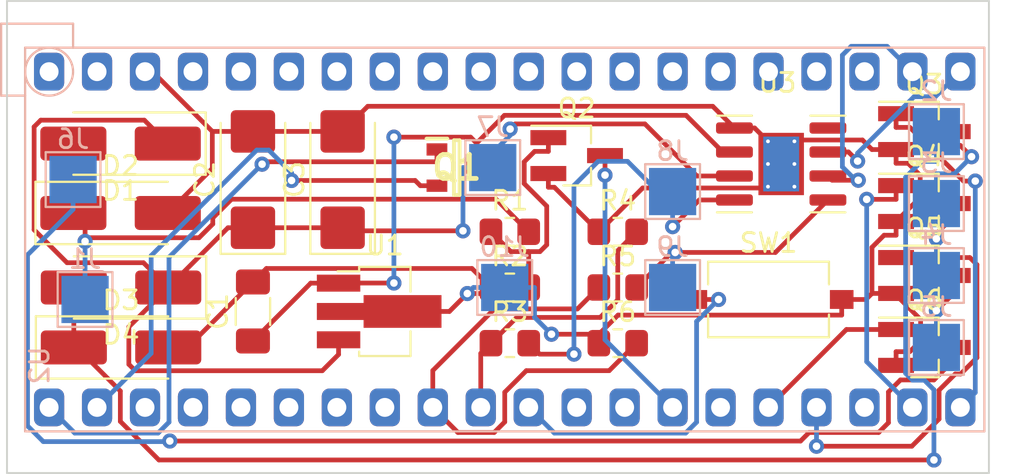
<source format=kicad_pcb>
(kicad_pcb (version 20221018) (generator pcbnew)
  (layers (0 "F.Cu" signal) (31 "B.Cu" signal) (34 "B.Paste" user) (35 "F.Paste" user) (36 "B.SilkS" user "B.Silkscreen") (37 "F.SilkS" user "F.Silkscreen") (38 "B.Mask" user) (39 "F.Mask" user) (44 "Edge.Cuts" user))
  (net 0 "")
  (net 1 "+3V3")
  (net 2 "GND")
  (net 3 "+V")
  (net 4 "Net-(D1-A)")
  (net 5 "Net-(D3-K)")
  (net 6 "Net-(J3-Pin_1)")
  (net 7 "Net-(J4-Pin_1)")
  (net 8 "Net-(J5-Pin_1)")
  (net 9 "Net-(J6-Pin_1)")
  (net 10 "/MOTOR_OUT_A")
  (net 11 "/MOTOR_OUT_B")
  (net 12 "Net-(U2-VBUS)")
  (net 13 "/VSYS")
  (net 14 "Net-(Q2-G)")
  (net 15 "/GPIO21")
  (net 16 "/GPIO16")
  (net 17 "/GPIO17")
  (net 18 "/GPIO18")
  (net 19 "/GPIO19")
  (net 20 "/ADC_EMF_A")
  (net 21 "/ADC_EMF_B")
  (net 22 "Net-(U2-RUN)")
  (net 40 "/GPIO14")
  (net 41 "/GPIO15")
  (footprint "Capacitor_SMD:C_1206_3216Metric_Pad1.33x1.80mm_HandSolder" (layer "F.Cu") (at 73.025 131.445 90)
    (fp_text reference "C1" (at 0 -1.85 90) (layer "F.SilkS"))
    (fp_text value "10uf/16V")
    (pad "1" smd roundrect (at -1.5625 0 90) (size 1.325 1.8) (layers "F.Cu" "F.Paste" "F.Mask") (roundrect_rratio 0.188679) (net 1 "+3V3"))
    (pad "2" smd roundrect (at 1.5625 0 90) (size 1.325 1.8) (layers "F.Cu" "F.Paste" "F.Mask") (roundrect_rratio 0.188679) (net 2 "GND"))
  )
  (footprint "Package_TO_SOT_SMD:SOT-23_Handsoldering" (layer "F.Cu") (at 108.585 125.73)
    (fp_text reference "Q4" (at 0 -2.5) (layer "F.SilkS"))
    (fp_text value "2N7002K")
    (pad "1" smd rect (at -1.5 -0.95) (size 1.9 0.8) (layers "F.Cu" "F.Paste" "F.Mask") (net 17 "/GPIO17"))
    (pad "2" smd rect (at -1.5 0.95) (size 1.9 0.8) (layers "F.Cu" "F.Paste" "F.Mask") (net 2 "GND"))
    (pad "3" smd rect (at 1.5 0) (size 1.9 0.8) (layers "F.Cu" "F.Paste" "F.Mask") (net 7 "Net-(J4-Pin_1)"))
  )
  (footprint "Resistor_SMD:R_0805_2012Metric_Pad1.20x1.40mm_HandSolder" (layer "F.Cu") (at 86.63 127.225)
    (fp_text reference "R1" (at 0 -1.65) (layer "F.SilkS"))
    (fp_text value "6k8")
    (pad "1" smd roundrect (at -1 0) (size 1.2 1.4) (layers "F.Cu" "F.Paste" "F.Mask") (roundrect_rratio 0.208333) (net 14 "Net-(Q2-G)"))
    (pad "2" smd roundrect (at 1 0) (size 1.2 1.4) (layers "F.Cu" "F.Paste" "F.Mask") (roundrect_rratio 0.208333) (net 4 "Net-(D1-A)"))
  )
  (footprint "Resistor_SMD:R_0805_2012Metric_Pad1.20x1.40mm_HandSolder" (layer "F.Cu") (at 92.345 127.225)
    (fp_text reference "R4" (at 0 -1.65) (layer "F.SilkS"))
    (fp_text value "1k")
    (pad "1" smd roundrect (at -1 0) (size 1.2 1.4) (layers "F.Cu" "F.Paste" "F.Mask") (roundrect_rratio 0.208333) (net 2 "GND"))
    (pad "2" smd roundrect (at 1 0) (size 1.2 1.4) (layers "F.Cu" "F.Paste" "F.Mask") (roundrect_rratio 0.208333) (net 20 "/ADC_EMF_A"))
  )
  (footprint "Diode_SMD:D_SMA_Handsoldering" (layer "F.Cu") (at 66.04 130.175 180)
    (fp_text reference "D4" (at 0 -2.5) (layer "F.SilkS"))
    (fp_text value "RBR3L60AD")
    (pad "1" smd roundrect (at -2.5 0 180) (size 3.5 1.8) (layers "F.Cu" "F.Paste" "F.Mask") (roundrect_rratio 0.1388888889) (net 3 "+V"))
    (pad "2" smd roundrect (at 2.5 0 180) (size 3.5 1.8) (layers "F.Cu" "F.Paste" "F.Mask") (roundrect_rratio 0.1388888889) (net 5 "Net-(D3-K)"))
  )
  (footprint "Package_TO_SOT_SMD:SOT-23_Handsoldering" (layer "F.Cu") (at 90.17 123.19)
    (fp_text reference "Q2" (at 0 -2.5) (layer "F.SilkS"))
    (fp_text value "2N7002K")
    (pad "1" smd rect (at -1.5 -0.95) (size 1.9 0.8) (layers "F.Cu" "F.Paste" "F.Mask") (net 14 "Net-(Q2-G)"))
    (pad "2" smd rect (at -1.5 0.95) (size 1.9 0.8) (layers "F.Cu" "F.Paste" "F.Mask") (net 2 "GND"))
    (pad "3" smd rect (at 1.5 0) (size 1.9 0.8) (layers "F.Cu" "F.Paste" "F.Mask") (net 15 "/GPIO21"))
  )
  (footprint "Package_TO_SOT_SMD:SOT-23_Handsoldering" (layer "F.Cu") (at 108.585 129.54)
    (fp_text reference "Q5" (at 0 -2.5) (layer "F.SilkS"))
    (fp_text value "2N7002K")
    (pad "1" smd rect (at -1.5 -0.95) (size 1.9 0.8) (layers "F.Cu" "F.Paste" "F.Mask") (net 18 "/GPIO18"))
    (pad "2" smd rect (at -1.5 0.95) (size 1.9 0.8) (layers "F.Cu" "F.Paste" "F.Mask") (net 2 "GND"))
    (pad "3" smd rect (at 1.5 0) (size 1.9 0.8) (layers "F.Cu" "F.Paste" "F.Mask") (net 8 "Net-(J5-Pin_1)"))
  )
  (footprint "Resistor_SMD:R_0805_2012Metric_Pad1.20x1.40mm_HandSolder" (layer "F.Cu") (at 86.63 130.175)
    (fp_text reference "R2" (at 0 -1.65) (layer "F.SilkS"))
    (fp_text value "6k8")
    (pad "1" smd roundrect (at -1 0) (size 1.2 1.4) (layers "F.Cu" "F.Paste" "F.Mask") (roundrect_rratio 0.208333) (net 2 "GND"))
    (pad "2" smd roundrect (at 1 0) (size 1.2 1.4) (layers "F.Cu" "F.Paste" "F.Mask") (roundrect_rratio 0.208333) (net 14 "Net-(Q2-G)"))
  )
  (footprint "Capacitor_Tantalum_SMD:CP_EIA-6032-20_AVX-F_Pad2.25x2.35mm_HandSolder" (layer "F.Cu") (at 73.025 124.46 90)
    (fp_text reference "C2" (at 0 -2.55 90) (layer "F.SilkS"))
    (fp_text value "10uF/25V")
    (pad "1" smd roundrect (at -2.55 0 90) (size 2.25 2.35) (layers "F.Cu" "F.Paste" "F.Mask") (roundrect_rratio 0.111111) (net 3 "+V"))
    (pad "2" smd roundrect (at 2.55 0 90) (size 2.25 2.35) (layers "F.Cu" "F.Paste" "F.Mask") (roundrect_rratio 0.111111) (net 2 "GND"))
  )
  (footprint "RP2040-Decoder_Additional_Footprints:SOIC-8-1EP_3.9x4.9mm_P1.27mm_EP2.41x3.3mm_ThermalVias" (layer "F.Cu") (at 101 123.635)
    (fp_text reference "U3" (at -0.2 -4.3) (layer "F.SilkS"))
    (fp_text value "BDR6133")
    (pad "1" smd roundrect (at -2.475 -1.905) (size 1.95 0.6) (layers "F.Cu" "F.Paste" "F.Mask") (net 2 "GND"))
    (pad "2" smd roundrect (at -2.475 -0.635) (size 1.95 0.6) (layers "F.Cu" "F.Paste" "F.Mask") (net 1 "+3V3"))
    (pad "3" smd roundrect (at -2.475 0.635) (size 1.95 0.6) (layers "F.Cu" "F.Paste" "F.Mask") (net 3 "+V"))
    (pad "4" smd roundrect (at -2.475 1.905) (size 1.95 0.6) (layers "F.Cu" "F.Paste" "F.Mask") (net 10 "/MOTOR_OUT_A"))
    (pad "5" smd roundrect (at 2.475 1.905) (size 1.95 0.6) (layers "F.Cu" "F.Paste" "F.Mask") (net 11 "/MOTOR_OUT_B"))
    (pad "6" smd roundrect (at 2.475 0.635) (size 1.95 0.6) (layers "F.Cu" "F.Paste" "F.Mask") (net 40 "/GPIO14"))
    (pad "7" smd roundrect (at 2.475 -0.635) (size 1.95 0.6) (layers "F.Cu" "F.Paste" "F.Mask") (net 41 "/GPIO15"))
    (pad "8" smd roundrect (at 2.475 -1.905) (size 1.95 0.6) (layers "F.Cu" "F.Paste" "F.Mask"))
    (pad "9" thru_hole circle (at -0.7 -1.2) (size 0.5 0.5) (drill 0.2) (layers "*.Cu") (net 2 "GND"))
    (pad "9" thru_hole circle (at -0.7 0) (size 0.5 0.5) (drill 0.2) (layers "*.Cu") (net 2 "GND"))
    (pad "9" thru_hole circle (at -0.7 1.2) (size 0.5 0.5) (drill 0.2) (layers "*.Cu") (net 2 "GND"))
    (pad "9" smd rect (at 0 0) (size 1.9 2.9) (layers "B.Cu") (net 2 "GND"))
    (pad "9" smd rect (at 0 0) (size 2.41 3.3) (layers "F.Cu" "F.Mask") (net 2 "GND"))
    (pad "9" thru_hole circle (at 0.7 -1.2) (size 0.5 0.5) (drill 0.2) (layers "*.Cu") (net 2 "GND"))
    (pad "9" thru_hole circle (at 0.7 0) (size 0.5 0.5) (drill 0.2) (layers "*.Cu") (net 2 "GND"))
    (pad "9" thru_hole circle (at 0.7 1.2) (size 0.5 0.5) (drill 0.2) (layers "*.Cu") (net 2 "GND"))
  )
  (footprint "Resistor_SMD:R_0805_2012Metric_Pad1.20x1.40mm_HandSolder" (layer "F.Cu") (at 86.63 133.125)
    (fp_text reference "R3" (at 0 -1.65) (layer "F.SilkS"))
    (fp_text value "6k8")
    (pad "1" smd roundrect (at -1 0) (size 1.2 1.4) (layers "F.Cu" "F.Paste" "F.Mask") (roundrect_rratio 0.208333) (net 20 "/ADC_EMF_A"))
    (pad "2" smd roundrect (at 1 0) (size 1.2 1.4) (layers "F.Cu" "F.Paste" "F.Mask") (roundrect_rratio 0.208333) (net 10 "/MOTOR_OUT_A"))
  )
  (footprint "Package_TO_SOT_SMD:SOT-89-3_Handsoldering" (layer "F.Cu") (at 80.01 131.445)
    (fp_text reference "U1" (at 0 -3.5) (layer "F.SilkS"))
    (fp_text value "AP7384-33Y")
    (pad "1" smd rect (at -2.45 -1.5) (size 2.3 0.9) (layers "F.Cu" "F.Paste" "F.Mask") (net 1 "+3V3"))
    (pad "2" smd custom (at -2.3625 0) (size 2.475 0.9) (layers "F.Cu" "F.Paste" "F.Mask") (net 2 "GND") (options (clearance outline) (anchor rect)) (primitives (gr_poly (pts (xy 5.3625 0.8665) (xy 1.2375 0.8665) (xy 1.2375 -0.8665) (xy 5.3625 -0.8665)) (width 0) (fill yes))))
    (pad "3" smd rect (at -2.45 1.5) (size 2.3 0.9) (layers "F.Cu" "F.Paste" "F.Mask") (net 3 "+V"))
  )
  (footprint "Button_Switch_SMD:SW_Tactile_SPST_NO_Straight_CK_PTS636Sx25SMTRLFS" (layer "F.Cu") (at 100.33 130.81)
    (fp_text reference "SW1" (at 0 -3 unlocked) (layer "F.SilkS"))
    (fp_text value "SW_Push")
    (pad "1" smd rect (at -3.875 0) (size 1.25 1) (layers "F.Cu" "F.Paste" "F.Mask") (net 22 "Net-(U2-RUN)"))
    (pad "2" smd rect (at 3.875 0) (size 1.25 1) (layers "F.Cu" "F.Paste" "F.Mask") (net 2 "GND"))
  )
  (footprint "Diode_SMD:D_SMA_Handsoldering" (layer "F.Cu") (at 66.015 126.23)
    (fp_text reference "D2" (at 0 -2.5) (layer "F.SilkS"))
    (fp_text value "RBR3L60AD")
    (pad "1" smd roundrect (at -2.5 0) (size 3.5 1.8) (layers "F.Cu" "F.Paste" "F.Mask") (roundrect_rratio 0.1388888889) (net 4 "Net-(D1-A)"))
    (pad "2" smd roundrect (at 2.5 0) (size 3.5 1.8) (layers "F.Cu" "F.Paste" "F.Mask") (roundrect_rratio 0.1388888889) (net 2 "GND"))
  )
  (footprint "DMG2305UX-7:SOT96P240X110-3N" (layer "F.Cu") (at 83.82 123.825)
    (fp_text reference "Q1" (at 0 0) (layer "F.SilkS") (effects (font (size 1.27 1.27) (thickness 0.254))))
    (fp_text value "DMG2305UX-7" hide)
    (pad "1" smd rect (at -1.05 -0.96 90) (size 0.65 1.1) (layers "F.Cu" "F.Paste" "F.Mask") (net 12 "Net-(U2-VBUS)"))
    (pad "2" smd rect (at -1.05 0.96 90) (size 0.65 1.1) (layers "F.Cu" "F.Paste" "F.Mask") (net 13 "/VSYS"))
    (pad "3" smd rect (at 1.05 0 90) (size 0.65 1.1) (layers "F.Cu" "F.Paste" "F.Mask") (net 1 "+3V3"))
  )
  (footprint "Package_TO_SOT_SMD:SOT-23_Handsoldering" (layer "F.Cu") (at 108.585 121.92)
    (fp_text reference "Q3" (at 0 -2.5) (layer "F.SilkS"))
    (fp_text value "2N7002K")
    (pad "1" smd rect (at -1.5 -0.95) (size 1.9 0.8) (layers "F.Cu" "F.Paste" "F.Mask") (net 16 "/GPIO16"))
    (pad "2" smd rect (at -1.5 0.95) (size 1.9 0.8) (layers "F.Cu" "F.Paste" "F.Mask") (net 2 "GND"))
    (pad "3" smd rect (at 1.5 0) (size 1.9 0.8) (layers "F.Cu" "F.Paste" "F.Mask") (net 6 "Net-(J3-Pin_1)"))
  )
  (footprint "Resistor_SMD:R_0805_2012Metric_Pad1.20x1.40mm_HandSolder" (layer "F.Cu") (at 92.345 133.125)
    (fp_text reference "R6" (at 0 -1.65) (layer "F.SilkS"))
    (fp_text value "1k")
    (pad "1" smd roundrect (at -1 0) (size 1.2 1.4) (layers "F.Cu" "F.Paste" "F.Mask") (roundrect_rratio 0.208333) (net 2 "GND"))
    (pad "2" smd roundrect (at 1 0) (size 1.2 1.4) (layers "F.Cu" "F.Paste" "F.Mask") (roundrect_rratio 0.208333) (net 21 "/ADC_EMF_B"))
  )
  (footprint "Diode_SMD:D_SMA_Handsoldering" (layer "F.Cu") (at 66.015 122.555 180)
    (fp_text reference "D1" (at 0 -2.5) (layer "F.SilkS"))
    (fp_text value "RBR3L60AD")
    (pad "1" smd roundrect (at -2.5 0 180) (size 3.5 1.8) (layers "F.Cu" "F.Paste" "F.Mask") (roundrect_rratio 0.1388888889) (net 3 "+V"))
    (pad "2" smd roundrect (at 2.5 0 180) (size 3.5 1.8) (layers "F.Cu" "F.Paste" "F.Mask") (roundrect_rratio 0.1388888889) (net 4 "Net-(D1-A)"))
  )
  (footprint "Capacitor_Tantalum_SMD:CP_EIA-6032-20_AVX-F_Pad2.25x2.35mm_HandSolder" (layer "F.Cu") (at 77.775 124.46 90)
    (fp_text reference "C3" (at 0 -2.55 90) (layer "F.SilkS"))
    (fp_text value "10uF/25v")
    (pad "1" smd roundrect (at -2.55 0 90) (size 2.25 2.35) (layers "F.Cu" "F.Paste" "F.Mask") (roundrect_rratio 0.111111) (net 3 "+V"))
    (pad "2" smd roundrect (at 2.55 0 90) (size 2.25 2.35) (layers "F.Cu" "F.Paste" "F.Mask") (roundrect_rratio 0.111111) (net 2 "GND"))
  )
  (footprint "Diode_SMD:D_SMA_Handsoldering" (layer "F.Cu") (at 66.04 133.35)
    (fp_text reference "D3" (at 0 -2.5) (layer "F.SilkS"))
    (fp_text value "RBR3L60AD")
    (pad "1" smd roundrect (at -2.5 0) (size 3.5 1.8) (layers "F.Cu" "F.Paste" "F.Mask") (roundrect_rratio 0.1388888889) (net 5 "Net-(D3-K)"))
    (pad "2" smd roundrect (at 2.5 0) (size 3.5 1.8) (layers "F.Cu" "F.Paste" "F.Mask") (roundrect_rratio 0.1388888889) (net 2 "GND"))
  )
  (footprint "Resistor_SMD:R_0805_2012Metric_Pad1.20x1.40mm_HandSolder" (layer "F.Cu") (at 92.345 130.175)
    (fp_text reference "R5" (at 0 -1.65) (layer "F.SilkS"))
    (fp_text value "6k8")
    (pad "1" smd roundrect (at -1 0) (size 1.2 1.4) (layers "F.Cu" "F.Paste" "F.Mask") (roundrect_rratio 0.208333) (net 21 "/ADC_EMF_B"))
    (pad "2" smd roundrect (at 1 0) (size 1.2 1.4) (layers "F.Cu" "F.Paste" "F.Mask") (roundrect_rratio 0.208333) (net 11 "/MOTOR_OUT_B"))
  )
  (footprint "Package_TO_SOT_SMD:SOT-23_Handsoldering" (layer "F.Cu") (at 108.585 133.35)
    (fp_text reference "Q6" (at 0 -2.5) (layer "F.SilkS"))
    (fp_text value "2N7002K")
    (pad "1" smd rect (at -1.5 -0.95) (size 1.9 0.8) (layers "F.Cu" "F.Paste" "F.Mask") (net 19 "/GPIO19"))
    (pad "2" smd rect (at -1.5 0.95) (size 1.9 0.8) (layers "F.Cu" "F.Paste" "F.Mask") (net 2 "GND"))
    (pad "3" smd rect (at 1.5 0) (size 1.9 0.8) (layers "F.Cu" "F.Paste" "F.Mask") (net 9 "Net-(J6-Pin_1)"))
  )
  (footprint "TestPoint:TestPoint_Pad_2.5x2.5mm" (layer "B.Cu") (at 109.22 121.92 180)
    (fp_text reference "J2" (at 0 2.148) (layer "B.SilkS") (effects (justify mirror)))
    (fp_text value "PAD")
    (pad "1" smd rect (at 0 0 180) (size 2.5 2.5) (layers "B.Cu" "B.Mask") (net 5 "Net-(D3-K)"))
  )
  (footprint "TestPoint:TestPoint_Pad_2.5x2.5mm" (layer "B.Cu") (at 64.135 130.81 180)
    (fp_text reference "J1" (at 0 2.148) (layer "B.SilkS") (effects (justify mirror)))
    (fp_text value "PAD")
    (pad "1" smd rect (at 0 0 180) (size 2.5 2.5) (layers "B.Cu" "B.Mask") (net 4 "Net-(D1-A)"))
  )
  (footprint "TestPoint:TestPoint_Pad_2.5x2.5mm" (layer "B.Cu") (at 63.5 124.46 180)
    (fp_text reference "J6" (at 0 2.148) (layer "B.SilkS") (effects (justify mirror)))
    (fp_text value "3")
    (pad "1" smd rect (at 0 0 180) (size 2.5 2.5) (layers "B.Cu" "B.Mask") (net 9 "Net-(J6-Pin_1)"))
  )
  (footprint "TestPoint:TestPoint_Pad_2.5x2.5mm" (layer "B.Cu") (at 85.725 123.825 180)
    (fp_text reference "J7" (at 0 2.148) (layer "B.SilkS") (effects (justify mirror)))
    (fp_text value "+V")
    (pad "1" smd rect (at 0 0 180) (size 2.5 2.5) (layers "B.Cu" "B.Mask") (net 3 "+V"))
  )
  (footprint "TestPoint:TestPoint_Pad_2.5x2.5mm" (layer "B.Cu") (at 86.36 130.175 180)
    (fp_text reference "J10" (at 0 2.148) (layer "B.SilkS") (effects (justify mirror)))
    (fp_text value "GND")
    (pad "1" smd rect (at 0 0 180) (size 2.5 2.5) (layers "B.Cu" "B.Mask") (net 2 "GND"))
  )
  (footprint "TestPoint:TestPoint_Pad_2.5x2.5mm" (layer "B.Cu") (at 109.22 125.73 180)
    (fp_text reference "J3" (at 0 2.148) (layer "B.SilkS") (effects (justify mirror)))
    (fp_text value "0")
    (pad "1" smd rect (at 0 0 180) (size 2.5 2.5) (layers "B.Cu" "B.Mask") (net 6 "Net-(J3-Pin_1)"))
  )
  (footprint "TestPoint:TestPoint_Pad_2.5x2.5mm" (layer "B.Cu") (at 95.25 130.175 180)
    (fp_text reference "J9" (at 0 2.148) (layer "B.SilkS") (effects (justify mirror)))
    (fp_text value "M_OUT_A")
    (pad "1" smd rect (at 0 0 180) (size 2.5 2.5) (layers "B.Cu" "B.Mask") (net 11 "/MOTOR_OUT_B"))
  )
  (footprint "TestPoint:TestPoint_Pad_2.5x2.5mm" (layer "B.Cu") (at 109.22 129.54 180)
    (fp_text reference "J4" (at 0 2.148) (layer "B.SilkS") (effects (justify mirror)))
    (fp_text value "1")
    (pad "1" smd rect (at 0 0 180) (size 2.5 2.5) (layers "B.Cu" "B.Mask") (net 7 "Net-(J4-Pin_1)"))
  )
  (footprint "TestPoint:TestPoint_Pad_2.5x2.5mm" (layer "B.Cu") (at 95.25 125.095 180)
    (fp_text reference "J8" (at 0 2.148) (layer "B.SilkS") (effects (justify mirror)))
    (fp_text value "M_OUT_B")
    (pad "1" smd rect (at 0 0 180) (size 2.5 2.5) (layers "B.Cu" "B.Mask") (net 10 "/MOTOR_OUT_A"))
  )
  (footprint "PicoNoSwd:RaspberryPico_TH_NoSWD" (layer "B.Cu") (at 62.23 118.745 -90)
    (fp_text reference "U2" (at 15.5575 0.508 90) (layer "B.SilkS") (effects (justify mirror)))
    (fp_text value "Pico_RaspberryPico")
    (pad "1" thru_hole roundrect (at 0 0 270) (size 2 1.6) (drill 1) (layers "*.Cu" "*.Mask"))
    (pad "2" thru_hole roundrect (at 0 -2.54 270) (size 2 1.6) (drill 1) (layers "*.Cu" "*.Mask"))
    (pad "3" thru_hole roundrect (at 0 -5.08 270) (size 2 1.6) (drill 1) (layers "*.Cu" "*.Mask") (net 2 "GND"))
    (pad "4" thru_hole roundrect (at 0 -7.62 270) (size 2 1.6) (drill 1) (layers "*.Cu" "*.Mask"))
    (pad "5" thru_hole roundrect (at 0 -10.16 270) (size 2 1.6) (drill 1) (layers "*.Cu" "*.Mask"))
    (pad "6" thru_hole roundrect (at 0 -12.7 270) (size 2 1.6) (drill 1) (layers "*.Cu" "*.Mask"))
    (pad "7" thru_hole roundrect (at 0 -15.24 270) (size 2 1.6) (drill 1) (layers "*.Cu" "*.Mask"))
    (pad "8" thru_hole roundrect (at 0 -17.78 270) (size 2 1.6) (drill 1) (layers "*.Cu" "*.Mask"))
    (pad "9" thru_hole roundrect (at 0 -20.32 270) (size 2 1.6) (drill 1) (layers "*.Cu" "*.Mask"))
    (pad "10" thru_hole roundrect (at 0 -22.86 270) (size 2 1.6) (drill 1) (layers "*.Cu" "*.Mask"))
    (pad "11" thru_hole roundrect (at 0 -25.4 270) (size 2 1.6) (drill 1) (layers "*.Cu" "*.Mask"))
    (pad "12" thru_hole roundrect (at 0 -27.94 270) (size 2 1.6) (drill 1) (layers "*.Cu" "*.Mask"))
    (pad "13" thru_hole roundrect (at 0 -30.48 270) (size 2 1.6) (drill 1) (layers "*.Cu" "*.Mask"))
    (pad "14" thru_hole roundrect (at 0 -33.02 270) (size 2 1.6) (drill 1) (layers "*.Cu" "*.Mask"))
    (pad "15" thru_hole roundrect (at 0 -35.56 270) (size 2 1.6) (drill 1) (layers "*.Cu" "*.Mask"))
    (pad "16" thru_hole roundrect (at 0 -38.1 270) (size 2 1.6) (drill 1) (layers "*.Cu" "*.Mask"))
    (pad "17" thru_hole roundrect (at 0 -40.64 270) (size 2 1.6) (drill 1) (layers "*.Cu" "*.Mask"))
    (pad "18" thru_hole roundrect (at 0 -43.18 270) (size 2 1.6) (drill 1) (layers "*.Cu" "*.Mask"))
    (pad "19" thru_hole roundrect (at 0 -45.72 270) (size 2 1.6) (drill 1) (layers "*.Cu" "*.Mask") (net 40 "/GPIO14"))
    (pad "20" thru_hole roundrect (at 0 -48.26 270) (size 2 1.6) (drill 1) (layers "*.Cu" "*.Mask") (net 41 "/GPIO15"))
    (pad "21" thru_hole roundrect (at 17.78 -48.26 270) (size 2 1.6) (drill 1) (layers "*.Cu" "*.Mask") (net 16 "/GPIO16"))
    (pad "22" thru_hole roundrect (at 17.78 -45.72 270) (size 2 1.6) (drill 1) (layers "*.Cu" "*.Mask") (net 17 "/GPIO17"))
    (pad "23" thru_hole roundrect (at 17.78 -43.18 270) (size 2 1.6) (drill 1) (layers "*.Cu" "*.Mask"))
    (pad "24" thru_hole roundrect (at 17.78 -40.64 270) (size 2 1.6) (drill 1) (layers "*.Cu" "*.Mask") (net 18 "/GPIO18"))
    (pad "25" thru_hole roundrect (at 17.78 -38.1 270) (size 2 1.6) (drill 1) (layers "*.Cu" "*.Mask") (net 19 "/GPIO19"))
    (pad "26" thru_hole roundrect (at 17.78 -35.56 270) (size 2 1.6) (drill 1) (layers "*.Cu" "*.Mask"))
    (pad "27" thru_hole roundrect (at 17.78 -33.02 270) (size 2 1.6) (drill 1) (layers "*.Cu" "*.Mask") (net 15 "/GPIO21"))
    (pad "28" thru_hole roundrect (at 17.78 -30.48 270) (size 2 1.6) (drill 1) (layers "*.Cu" "*.Mask"))
    (pad "29" thru_hole roundrect (at 17.78 -27.94 270) (size 2 1.6) (drill 1) (layers "*.Cu" "*.Mask"))
    (pad "30" thru_hole roundrect (at 17.78 -25.4 270) (size 2 1.6) (drill 1) (layers "*.Cu" "*.Mask") (net 22 "Net-(U2-RUN)"))
    (pad "31" thru_hole roundrect (at 17.78 -22.86 270) (size 2 1.6) (drill 1) (layers "*.Cu" "*.Mask") (net 20 "/ADC_EMF_A"))
    (pad "32" thru_hole roundrect (at 17.78 -20.32 270) (size 2 1.6) (drill 1) (layers "*.Cu" "*.Mask") (net 21 "/ADC_EMF_B"))
    (pad "33" thru_hole roundrect (at 17.78 -17.78 270) (size 2 1.6) (drill 1) (layers "*.Cu" "*.Mask"))
    (pad "34" thru_hole roundrect (at 17.78 -15.24 270) (size 2 1.6) (drill 1) (layers "*.Cu" "*.Mask"))
    (pad "35" thru_hole roundrect (at 17.78 -12.7 270) (size 2 1.6) (drill 1) (layers "*.Cu" "*.Mask"))
    (pad "36" thru_hole roundrect (at 17.78 -10.16 270) (size 2 1.6) (drill 1) (layers "*.Cu" "*.Mask"))
    (pad "37" thru_hole roundrect (at 17.78 -7.62 270) (size 2 1.6) (drill 1) (layers "*.Cu" "*.Mask"))
    (pad "38" thru_hole roundrect (at 17.78 -5.08 270) (size 2 1.6) (drill 1) (layers "*.Cu" "*.Mask"))
    (pad "39" thru_hole roundrect (at 17.78 -2.54 270) (size 2 1.6) (drill 1) (layers "*.Cu" "*.Mask") (net 13 "/VSYS"))
    (pad "40" thru_hole roundrect (at 17.78 0 270) (size 2 1.6) (drill 1) (layers "*.Cu" "*.Mask") (net 12 "Net-(U2-VBUS)"))
  )
  (footprint "TestPoint:TestPoint_Pad_2.5x2.5mm" (layer "B.Cu") (at 109.22 133.35 180)
    (fp_text reference "J5" (at 0 2.148) (layer "B.SilkS") (effects (justify mirror)))
    (fp_text value "2")
    (pad "1" smd rect (at 0 0 180) (size 2.5 2.5) (layers "B.Cu" "B.Mask") (net 8 "Net-(J5-Pin_1)"))
  )
  (gr_line (start 112 140) (end 60 140) (stroke (width 0.1)) (layer "Edge.Cuts"))
  (gr_line (start 60 140) (end 60 115) (stroke (width 0.1)) (layer "Edge.Cuts"))
  (gr_line (start 60 115) (end 112 115) (stroke (width 0.1)) (layer "Edge.Cuts"))
  (gr_line (start 112 115) (end 112 140) (stroke (width 0.1)) (layer "Edge.Cuts"))
  (segment (start 73.025 133.0075) (end 76.0831 129.9494) (width 0.25) (layer "F.Cu") (net 1))
  (segment (start 76.0831 129.9494) (end 76.0831 129.945) (width 0.25) (layer "F.Cu") (net 1))
  (segment (start 84.551 122.2131) (end 80.4908 122.2131) (width 0.25) (layer "F.Cu") (net 1))
  (segment (start 84.87 123.825) (end 84.87 123.1731) (width 0.25) (layer "F.Cu") (net 1))
  (segment (start 76.8216 129.945) (end 76.8274 129.9392) (width 0.25) (layer "F.Cu") (net 1))
  (segment (start 84.87 122.5321) (end 84.551 122.2131) (width 0.25) (layer "F.Cu") (net 1))
  (segment (start 86.3441 121.058) (end 84.87 122.5321) (width 0.25) (layer "F.Cu") (net 1))
  (segment (start 76.8216 129.945) (end 76.0831 129.945) (width 0.25) (layer "F.Cu") (net 1))
  (segment (start 98.525 123) (end 97.9068 123) (width 0.25) (layer "F.Cu") (net 1))
  (segment (start 76.8274 129.9392) (end 80.4908 129.9392) (width 0.25) (layer "F.Cu") (net 1))
  (segment (start 77.56 129.945) (end 76.8216 129.945) (width 0.25) (layer "F.Cu") (net 1))
  (segment (start 84.87 122.5321) (end 84.87 123.1731) (width 0.25) (layer "F.Cu") (net 1))
  (segment (start 97.9068 123) (end 95.9648 121.058) (width 0.25) (layer "F.Cu") (net 1))
  (segment (start 95.9648 121.058) (end 86.3441 121.058) (width 0.25) (layer "F.Cu") (net 1))
  (via (at 80.4908 122.2131) (size 0.8) (drill 0.4) (layers "F.Cu" "B.Cu") (net 1))
  (via (at 80.4908 129.9392) (size 0.8) (drill 0.4) (layers "F.Cu" "B.Cu") (net 1))
  (segment (start 80.4908 129.9392) (end 80.4908 122.2131) (width 0.25) (layer "B.Cu") (net 1))
  (segment (start 100.3 122.435) (end 99.595 121.73) (width 0.25) (layer "F.Cu") (net 2))
  (segment (start 105.8081 128.0478) (end 106.449 127.4069) (width 0.25) (layer "F.Cu") (net 2))
  (segment (start 107.085 123.5969) (end 107.721 123.5969) (width 0.25) (layer "F.Cu") (net 2))
  (segment (start 105.8081 130.49) (end 105.8081 128.0478) (width 0.25) (layer "F.Cu") (net 2))
  (segment (start 70.8734 123.8716) (end 70.8734 121.91) (width 0.25) (layer "F.Cu") (net 2))
  (segment (start 98.525 121.73) (end 97.3742 120.5792) (width 0.25) (layer "F.Cu") (net 2))
  (segment (start 106.56 122.87) (end 107.085 122.87) (width 0.25) (layer "F.Cu") (net 2))
  (segment (start 107.085 122.87) (end 107.085 123.5969) (width 0.25) (layer "F.Cu") (net 2))
  (segment (start 104.205 130.81) (end 104.205 131.6369) (width 0.25) (layer "F.Cu") (net 2))
  (segment (start 77.6475 131.445) (end 83.4289 131.445) (width 0.25) (layer "F.Cu") (net 2))
  (segment (start 69.5575 133.35) (end 73.025 129.8825) (width 0.25) (layer "F.Cu") (net 2))
  (segment (start 108.3619 124.2378) (end 108.3619 125.4031) (width 0.25) (layer "F.Cu") (net 2))
  (segment (start 88.9869 124.8669) (end 91.345 127.225) (width 0.25) (layer "F.Cu") (net 2))
  (segment (start 101.7 123.635) (end 101 123.635) (width 0.25) (layer "F.Cu") (net 2))
  (segment (start 73.025 121.91) (end 77.775 121.91) (width 0.25) (layer "F.Cu") (net 2))
  (segment (start 91.345 127.225) (end 93.6635 124.9065) (width 0.25) (layer "F.Cu") (net 2))
  (segment (start 106.449 127.4069) (end 107.085 127.4069) (width 0.25) (layer "F.Cu") (net 2))
  (segment (start 93.6635 124.9065) (end 100.2285 124.9065) (width 0.25) (layer "F.Cu") (net 2))
  (segment (start 105.3031 122.365) (end 105.8081 122.87) (width 0.25) (layer "F.Cu") (net 2))
  (segment (start 67.7084 118.745) (end 67.31 118.745) (width 0.25) (layer "F.Cu") (net 2))
  (segment (start 108.3619 125.4031) (end 107.085 126.68) (width 0.25) (layer "F.Cu") (net 2))
  (segment (start 84.3788 130.4951) (end 85.3099 130.4951) (width 0.25) (layer "F.Cu") (net 2))
  (segment (start 73.025 121.91) (end 70.8734 121.91) (width 0.25) (layer "F.Cu") (net 2))
  (segment (start 107.085 134.3) (end 107.085 133.5731) (width 0.25) (layer "F.Cu") (net 2))
  (segment (start 107.085 130.49) (end 106.7236 130.49) (width 0.25) (layer "F.Cu") (net 2))
  (segment (start 107.721 123.5969) (end 108.3619 124.2378) (width 0.25) (layer "F.Cu") (net 2))
  (segment (start 106.7236 130.49) (end 107.0024 130.49) (width 0.25) (layer "F.Cu") (net 2))
  (segment (start 91.345 132.6505) (end 88.8355 132.6505) (width 0.25) (layer "F.Cu") (net 2))
  (segment (start 85.3099 130.4951) (end 85.63 130.175) (width 0.25) (layer "F.Cu") (net 2))
  (segment (start 101.7 122.435) (end 101.77 122.365) (width 0.25) (layer "F.Cu") (net 2))
  (segment (start 108.3835 131.8711) (end 108.3835 133.0015) (width 0.25) (layer "F.Cu") (net 2))
  (segment (start 101 123.635) (end 100.3 123.635) (width 0.25) (layer "F.Cu") (net 2))
  (segment (start 70.8734 121.91) (end 67.7084 118.745) (width 0.25) (layer "F.Cu") (net 2))
  (segment (start 104.205 130.81) (end 105.4881 130.81) (width 0.25) (layer "F.Cu") (net 2))
  (segment (start 88.67 124.14) (end 88.67 124.8669) (width 0.25) (layer "F.Cu") (net 2))
  (segment (start 100.2285 124.9065) (end 100.3 124.835) (width 0.25) (layer "F.Cu") (net 2))
  (segment (start 84.6231 129.1681) (end 85.63 130.175) (width 0.25) (layer "F.Cu") (net 2))
  (segment (start 107.8119 133.5731) (end 107.085 133.5731) (width 0.25) (layer "F.Cu") (net 2))
  (segment (start 68.54 133.35) (end 69.5575 133.35) (width 0.25) (layer "F.Cu") (net 2))
  (segment (start 107.085 126.68) (end 107.085 127.4069) (width 0.25) (layer "F.Cu") (net 2))
  (segment (start 68.515 126.23) (end 70.8734 123.8716) (width 0.25) (layer "F.Cu") (net 2))
  (segment (start 106.7236 130.49) (end 105.8081 130.49) (width 0.25) (layer "F.Cu") (net 2))
  (segment (start 108.3835 133.0015) (end 107.8119 133.5731) (width 0.25) (layer "F.Cu") (net 2))
  (segment (start 101.77 122.365) (end 105.3031 122.365) (width 0.25) (layer "F.Cu") (net 2))
  (segment (start 105.4881 130.81) (end 105.8081 130.49) (width 0.25) (layer "F.Cu") (net 2))
  (segment (start 73.7394 129.1681) (end 84.6231 129.1681) (width 0.25) (layer "F.Cu") (net 2))
  (segment (start 97.3742 120.5792) (end 79.1058 120.5792) (width 0.25) (layer "F.Cu") (net 2))
  (segment (start 88.67 124.8669) (end 88.9869 124.8669) (width 0.25) (layer "F.Cu") (net 2))
  (segment (start 79.1058 120.5792) (end 77.775 121.91) (width 0.25) (layer "F.Cu") (net 2))
  (segment (start 104.205 131.6369) (end 92.3586 131.6369) (width 0.25) (layer "F.Cu") (net 2))
  (segment (start 73.025 129.8825) (end 73.7394 129.1681) (width 0.25) (layer "F.Cu") (net 2))
  (segment (start 83.4289 131.445) (end 84.3788 130.4951) (width 0.25) (layer "F.Cu") (net 2))
  (segment (start 99.595 121.73) (end 98.525 121.73) (width 0.25) (layer "F.Cu") (net 2))
  (segment (start 92.3586 131.6369) (end 91.345 132.6505) (width 0.25) (layer "F.Cu") (net 2))
  (segment (start 106.56 122.87) (end 105.8081 122.87) (width 0.25) (layer "F.Cu") (net 2))
  (segment (start 107.0024 130.49) (end 108.3835 131.8711) (width 0.25) (layer "F.Cu") (net 2))
  (segment (start 91.345 132.6505) (end 91.345 133.125) (width 0.25) (layer "F.Cu") (net 2))
  (via (at 88.8355 132.6505) (size 0.8) (drill 0.4) (layers "F.Cu" "B.Cu") (net 2))
  (via (at 84.3788 130.4951) (size 0.8) (drill 0.4) (layers "F.Cu" "B.Cu") (net 2))
  (segment (start 101.7 122.435) (end 101.7 123.635) (width 0.25) (layer "B.Cu") (net 2))
  (segment (start 86.36 130.175) (end 84.6989 130.175) (width 0.25) (layer "B.Cu") (net 2))
  (segment (start 87.9369 130.175) (end 87.9369 131.7519) (width 0.25) (layer "B.Cu") (net 2))
  (segment (start 84.6989 130.175) (end 84.3788 130.4951) (width 0.25) (layer "B.Cu") (net 2))
  (segment (start 100.3 123.635) (end 100.3 122.435) (width 0.25) (layer "B.Cu") (net 2))
  (segment (start 87.9369 131.7519) (end 88.8355 132.6505) (width 0.25) (layer "B.Cu") (net 2))
  (segment (start 87.1485 130.175) (end 86.36 130.175) (width 0.25) (layer "B.Cu") (net 2))
  (segment (start 101.7 124.835) (end 101.7 123.635) (width 0.25) (layer "B.Cu") (net 2))
  (segment (start 101 123.635) (end 100.3 123.635) (width 0.25) (layer "B.Cu") (net 2))
  (segment (start 87.1485 130.175) (end 87.9369 130.175) (width 0.25) (layer "B.Cu") (net 2))
  (segment (start 100.3 124.835) (end 100.3 123.635) (width 0.25) (layer "B.Cu") (net 2))
  (segment (start 96.5397 124.27) (end 98.525 124.27) (width 0.25) (layer "F.Cu") (net 3))
  (segment (start 68.515 122.555) (end 67.2742 121.3142) (width 0.25) (layer "F.Cu") (net 3))
  (segment (start 61.4371 127.1198) (end 63.1803 128.863) (width 0.25) (layer "F.Cu") (net 3))
  (segment (start 67.2742 121.3142) (end 61.7886 121.3142) (width 0.25) (layer "F.Cu") (net 3))
  (segment (start 67.228 128.863) (end 68.54 130.175) (width 0.25) (layer "F.Cu") (net 3))
  (segment (start 77.775 127.01) (end 73.025 127.01) (width 0.25) (layer "F.Cu") (net 3))
  (segment (start 66.4535 134.243) (end 66.4535 132.2615) (width 0.25) (layer "F.Cu") (net 3))
  (segment (start 63.1803 128.863) (end 67.228 128.863) (width 0.25) (layer "F.Cu") (net 3))
  (segment (start 71.705 127.01) (end 73.025 127.01) (width 0.25) (layer "F.Cu") (net 3))
  (segment (start 77.775 127.01) (end 77.9388 127.1738) (width 0.25) (layer "F.Cu") (net 3))
  (segment (start 86.9169 121.5131) (end 93.7828 121.5131) (width 0.25) (layer "F.Cu") (net 3))
  (segment (start 68.54 130.175) (end 71.705 127.01) (width 0.25) (layer "F.Cu") (net 3))
  (segment (start 86.6451 121.7849) (end 86.9169 121.5131) (width 0.25) (layer "F.Cu") (net 3))
  (segment (start 61.7886 121.3142) (end 61.4371 121.6657) (width 0.25) (layer "F.Cu") (net 3))
  (segment (start 93.7828 121.5131) (end 96.5397 124.27) (width 0.25) (layer "F.Cu") (net 3))
  (segment (start 77.9388 127.1738) (end 84.1481 127.1738) (width 0.25) (layer "F.Cu") (net 3))
  (segment (start 77.56 132.945) (end 77.56 133.7219) (width 0.25) (layer "F.Cu") (net 3))
  (segment (start 76.6992 134.5827) (end 66.7932 134.5827) (width 0.25) (layer "F.Cu") (net 3))
  (segment (start 61.4371 121.6657) (end 61.4371 127.1198) (width 0.25) (layer "F.Cu") (net 3))
  (segment (start 77.56 133.7219) (end 76.6992 134.5827) (width 0.25) (layer "F.Cu") (net 3))
  (segment (start 66.4535 132.2615) (end 68.54 130.175) (width 0.25) (layer "F.Cu") (net 3))
  (segment (start 66.7932 134.5827) (end 66.4535 134.243) (width 0.25) (layer "F.Cu") (net 3))
  (via (at 86.6451 121.7849) (size 0.8) (drill 0.4) (layers "F.Cu" "B.Cu") (net 3))
  (via (at 84.1481 127.1738) (size 0.8) (drill 0.4) (layers "F.Cu" "B.Cu") (net 3))
  (segment (start 84.9366 123.825) (end 86.6451 122.1165) (width 0.25) (layer "B.Cu") (net 3))
  (segment (start 84.9366 123.825) (end 84.1481 123.825) (width 0.25) (layer "B.Cu") (net 3))
  (segment (start 84.1481 123.825) (end 84.1481 127.1738) (width 0.25) (layer "B.Cu") (net 3))
  (segment (start 86.6451 122.1165) (end 86.6451 121.7849) (width 0.25) (layer "B.Cu") (net 3))
  (segment (start 85.725 123.825) (end 84.9366 123.825) (width 0.25) (layer "B.Cu") (net 3))
  (segment (start 64.1362 127.5405) (end 70.1717 127.5405) (width 0.25) (layer "F.Cu") (net 4))
  (segment (start 85.9042 125.4992) (end 87.63 127.225) (width 0.25) (layer "F.Cu") (net 4))
  (segment (start 64.1362 126.8512) (end 64.1362 127.5405) (width 0.25) (layer "F.Cu") (net 4))
  (segment (start 71.8923 125.4992) (end 85.9042 125.4992) (width 0.25) (layer "F.Cu") (net 4))
  (segment (start 63.515 126.23) (end 64.1362 126.8512) (width 0.25) (layer "F.Cu") (net 4))
  (segment (start 63.515 126.23) (end 63.515 122.555) (width 0.25) (layer "F.Cu") (net 4))
  (segment (start 70.8982 126.814) (end 70.8982 126.4933) (width 0.25) (layer "F.Cu") (net 4))
  (segment (start 70.8982 126.4933) (end 71.8923 125.4992) (width 0.25) (layer "F.Cu") (net 4))
  (segment (start 70.1717 127.5405) (end 70.8982 126.814) (width 0.25) (layer "F.Cu") (net 4))
  (segment (start 64.1362 127.7323) (end 64.135 127.7335) (width 0.25) (layer "F.Cu") (net 4))
  (segment (start 64.1362 127.5405) (end 64.1362 127.7323) (width 0.25) (layer "F.Cu") (net 4))
  (via (at 64.135 127.7335) (size 0.8) (drill 0.4) (layers "F.Cu" "B.Cu") (net 4))
  (segment (start 64.135 130.81) (end 64.135 127.7335) (width 0.25) (layer "B.Cu") (net 4))
  (segment (start 63.54 133.35) (end 63.6937 133.35) (width 0.25) (layer "F.Cu") (net 5))
  (segment (start 66.0031 137.2678) (end 68.0445 139.3092) (width 0.25) (layer "F.Cu") (net 5))
  (segment (start 63.6937 133.35) (end 66.0031 135.6594) (width 0.25) (layer "F.Cu") (net 5))
  (segment (start 68.0445 139.3092) (end 109.0893 139.3092) (width 0.25) (layer "F.Cu") (net 5))
  (segment (start 66.0031 135.6594) (end 66.0031 137.2678) (width 0.25) (layer "F.Cu") (net 5))
  (segment (start 63.54 133.35) (end 63.54 130.175) (width 0.25) (layer "F.Cu") (net 5))
  (via (at 109.0893 139.3092) (size 0.8) (drill 0.4) (layers "F.Cu" "B.Cu") (net 5))
  (segment (start 108.4316 123.4969) (end 107.5898 124.3387) (width 0.25) (layer "B.Cu") (net 5))
  (segment (start 109.0893 135.5918) (end 109.0893 139.3092) (width 0.25) (layer "B.Cu") (net 5))
  (segment (start 108.5804 135.0829) (end 109.0893 135.5918) (width 0.25) (layer "B.Cu") (net 5))
  (segment (start 109.22 121.92) (end 109.22 123.4969) (width 0.25) (layer "B.Cu") (net 5))
  (segment (start 107.5898 124.3387) (end 107.5898 134.7177) (width 0.25) (layer "B.Cu") (net 5))
  (segment (start 107.955 135.0829) (end 108.5804 135.0829) (width 0.25) (layer "B.Cu") (net 5))
  (segment (start 107.5898 134.7177) (end 107.955 135.0829) (width 0.25) (layer "B.Cu") (net 5))
  (segment (start 109.22 123.4969) (end 108.4316 123.4969) (width 0.25) (layer "B.Cu") (net 5))
  (segment (start 110.4785 122.6469) (end 111.0811 123.2495) (width 0.25) (layer "F.Cu") (net 6))
  (segment (start 110.085 122.6469) (end 110.4785 122.6469) (width 0.25) (layer "F.Cu") (net 6))
  (segment (start 110.085 121.92) (end 110.085 122.6469) (width 0.25) (layer "F.Cu") (net 6))
  (via (at 111.0811 123.2495) (size 0.8) (drill 0.4) (layers "F.Cu" "B.Cu") (net 6))
  (segment (start 110.1775 124.1531) (end 111.0811 123.2495) (width 0.25) (layer "B.Cu") (net 6))
  (segment (start 109.22 124.1531) (end 110.1775 124.1531) (width 0.25) (layer "B.Cu") (net 6))
  (segment (start 109.22 125.73) (end 109.22 124.1531) (width 0.25) (layer "B.Cu") (net 6))
  (segment (start 110.085 126.4569) (end 109.22 127.3219) (width 0.25) (layer "F.Cu") (net 7))
  (segment (start 109.22 127.3219) (end 109.22 127.594) (width 0.25) (layer "F.Cu") (net 7))
  (segment (start 110.085 125.73) (end 110.085 126.4569) (width 0.25) (layer "F.Cu") (net 7))
  (via (at 109.22 127.594) (size 0.8) (drill 0.4) (layers "F.Cu" "B.Cu") (net 7))
  (segment (start 109.22 129.54) (end 109.22 127.594) (width 0.25) (layer "B.Cu") (net 7))
  (segment (start 110.085 130.5337) (end 109.22 131.3987) (width 0.25) (layer "F.Cu") (net 8))
  (segment (start 110.085 129.54) (end 110.085 130.5337) (width 0.25) (layer "F.Cu") (net 8))
  (via (at 109.22 131.3987) (size 0.8) (drill 0.4) (layers "F.Cu" "B.Cu") (net 8))
  (segment (start 109.22 131.7731) (end 109.22 131.3987) (width 0.25) (layer "B.Cu") (net 8))
  (segment (start 109.22 133.35) (end 109.22 131.7731) (width 0.25) (layer "B.Cu") (net 8))
  (segment (start 110.085 134.0769) (end 109.0905 135.0714) (width 0.25) (layer "F.Cu") (net 9))
  (segment (start 102.0267 138.3059) (end 68.6223 138.3059) (width 0.25) (layer "F.Cu") (net 9))
  (segment (start 106.1613 137.8547) (end 102.4779 137.8547) (width 0.25) (layer "F.Cu") (net 9))
  (segment (start 107.3166 135.0714) (end 106.68 135.708) (width 0.25) (layer "F.Cu") (net 9))
  (segment (start 106.68 137.336) (end 106.1613 137.8547) (width 0.25) (layer "F.Cu") (net 9))
  (segment (start 110.085 133.35) (end 110.085 134.0769) (width 0.25) (layer "F.Cu") (net 9))
  (segment (start 102.4779 137.8547) (end 102.0267 138.3059) (width 0.25) (layer "F.Cu") (net 9))
  (segment (start 106.68 135.708) (end 106.68 137.336) (width 0.25) (layer "F.Cu") (net 9))
  (segment (start 109.0905 135.0714) (end 107.3166 135.0714) (width 0.25) (layer "F.Cu") (net 9))
  (via (at 68.6223 138.3059) (size 0.8) (drill 0.4) (layers "F.Cu" "B.Cu") (net 9))
  (segment (start 61.0876 137.501) (end 61.9224 138.3358) (width 0.25) (layer "B.Cu") (net 9))
  (segment (start 61.9224 138.3358) (end 68.5924 138.3358) (width 0.25) (layer "B.Cu") (net 9))
  (segment (start 68.5924 138.3358) (end 68.6223 138.3059) (width 0.25) (layer "B.Cu") (net 9))
  (segment (start 63.5 126.0369) (end 61.0876 128.4493) (width 0.25) (layer "B.Cu") (net 9))
  (segment (start 61.0876 128.4493) (end 61.0876 137.501) (width 0.25) (layer "B.Cu") (net 9))
  (segment (start 63.5 124.46) (end 63.5 126.0369) (width 0.25) (layer "B.Cu") (net 9))
  (segment (start 87.63 133.125) (end 88.2099 133.7049) (width 0.25) (layer "F.Cu") (net 10))
  (segment (start 95.25 126.9529) (end 96.6629 125.54) (width 0.25) (layer "F.Cu") (net 10))
  (segment (start 88.2099 133.7049) (end 90.0254 133.7049) (width 0.25) (layer "F.Cu") (net 10))
  (segment (start 96.6629 125.54) (end 98.525 125.54) (width 0.25) (layer "F.Cu") (net 10))
  (via (at 90.0254 133.7049) (size 0.8) (drill 0.4) (layers "F.Cu" "B.Cu") (net 10))
  (via (at 95.25 126.9529) (size 0.8) (drill 0.4) (layers "F.Cu" "B.Cu") (net 10))
  (segment (start 95.25 126.6719) (end 95.25 126.9529) (width 0.25) (layer "B.Cu") (net 10))
  (segment (start 95.25 125.095) (end 95.25 125.8834) (width 0.25) (layer "B.Cu") (net 10))
  (segment (start 95.25 125.8834) (end 92.8606 123.494) (width 0.25) (layer "B.Cu") (net 10))
  (segment (start 91.3044 123.494) (end 90.0254 124.773) (width 0.25) (layer "B.Cu") (net 10))
  (segment (start 92.8606 123.494) (end 91.3044 123.494) (width 0.25) (layer "B.Cu") (net 10))
  (segment (start 95.25 125.8834) (end 95.25 126.6719) (width 0.25) (layer "B.Cu") (net 10))
  (segment (start 90.0254 124.773) (end 90.0254 133.7049) (width 0.25) (layer "B.Cu") (net 10))
  (segment (start 100.6958 128.3192) (end 103.475 125.54) (width 0.25) (layer "F.Cu") (net 11))
  (segment (start 93.345 130.175) (end 95.2008 128.3192) (width 0.25) (layer "F.Cu") (net 11))
  (segment (start 95.3857 128.3192) (end 100.6958 128.3192) (width 0.25) (layer "F.Cu") (net 11))
  (segment (start 95.2008 128.3192) (end 95.3857 128.3192) (width 0.25) (layer "F.Cu") (net 11))
  (via (at 95.3857 128.3192) (size 0.8) (drill 0.4) (layers "F.Cu" "B.Cu") (net 11))
  (segment (start 95.3857 128.4624) (end 95.3857 128.3192) (width 0.25) (layer "B.Cu") (net 11))
  (segment (start 95.25 128.5981) (end 95.3857 128.4624) (width 0.25) (layer "B.Cu") (net 11))
  (segment (start 95.25 130.175) (end 95.25 128.5981) (width 0.25) (layer "B.Cu") (net 11))
  (segment (start 73.5092 123.6459) (end 73.6382 123.5169) (width 0.25) (layer "F.Cu") (net 12))
  (segment (start 73.6382 123.5169) (end 82.77 123.5169) (width 0.25) (layer "F.Cu") (net 12))
  (segment (start 82.77 122.865) (end 82.77 123.5169) (width 0.25) (layer "F.Cu") (net 12))
  (via (at 73.5092 123.6459) (size 0.8) (drill 0.4) (layers "F.Cu" "B.Cu") (net 12))
  (segment (start 73.5092 123.6459) (end 68.58 128.5751) (width 0.25) (layer "B.Cu") (net 12))
  (segment (start 68.0022 137.8839) (end 63.5889 137.8839) (width 0.25) (layer "B.Cu") (net 12))
  (segment (start 68.58 137.3061) (end 68.0022 137.8839) (width 0.25) (layer "B.Cu") (net 12))
  (segment (start 63.5889 137.8839) (end 62.23 136.525) (width 0.25) (layer "B.Cu") (net 12))
  (segment (start 68.58 128.5751) (end 68.58 137.3061) (width 0.25) (layer "B.Cu") (net 12))
  (segment (start 81.6161 124.508) (end 75.0698 124.508) (width 0.25) (layer "F.Cu") (net 13))
  (segment (start 82.77 124.785) (end 81.8931 124.785) (width 0.25) (layer "F.Cu") (net 13))
  (segment (start 81.8931 124.785) (end 81.6161 124.508) (width 0.25) (layer "F.Cu") (net 13))
  (via (at 75.0698 124.508) (size 0.8) (drill 0.4) (layers "F.Cu" "B.Cu") (net 13))
  (segment (start 64.77 136.525) (end 67.635 133.66) (width 0.25) (layer "B.Cu") (net 13))
  (segment (start 75.0698 124.1057) (end 75.0698 124.508) (width 0.25) (layer "B.Cu") (net 13))
  (segment (start 67.635 128.4905) (end 73.2263 122.8992) (width 0.25) (layer "B.Cu") (net 13))
  (segment (start 73.2263 122.8992) (end 73.8633 122.8992) (width 0.25) (layer "B.Cu") (net 13))
  (segment (start 73.8633 122.8992) (end 75.0698 124.1057) (width 0.25) (layer "B.Cu") (net 13))
  (segment (start 67.635 133.66) (end 67.635 128.4905) (width 0.25) (layer "B.Cu") (net 13))
  (segment (start 88.5835 125.8658) (end 88.5835 127.9166) (width 0.25) (layer "F.Cu") (net 14))
  (segment (start 87.63 130.175) (end 87.63 128.2741) (width 0.25) (layer "F.Cu") (net 14))
  (segment (start 87.3931 123.5169) (end 87.3931 124.6754) (width 0.25) (layer "F.Cu") (net 14))
  (segment (start 87.9431 122.9669) (end 87.3931 123.5169) (width 0.25) (layer "F.Cu") (net 14))
  (segment (start 87.63 128.2741) (end 86.6791 128.2741) (width 0.25) (layer "F.Cu") (net 14))
  (segment (start 88.67 122.9669) (end 87.9431 122.9669) (width 0.25) (layer "F.Cu") (net 14))
  (segment (start 87.3931 124.6754) (end 88.5835 125.8658) (width 0.25) (layer "F.Cu") (net 14))
  (segment (start 86.6791 128.2741) (end 85.63 127.225) (width 0.25) (layer "F.Cu") (net 14))
  (segment (start 88.5835 127.9166) (end 88.226 128.2741) (width 0.25) (layer "F.Cu") (net 14))
  (segment (start 88.226 128.2741) (end 87.63 128.2741) (width 0.25) (layer "F.Cu") (net 14))
  (segment (start 88.67 122.24) (end 88.67 122.9669) (width 0.25) (layer "F.Cu") (net 14))
  (segment (start 91.67 124.2236) (end 91.67 123.19) (width 0.25) (layer "F.Cu") (net 15))
  (via (at 91.67 124.2236) (size 0.8) (drill 0.4) (layers "F.Cu" "B.Cu") (net 15))
  (segment (start 95.25 136.525) (end 91.67 132.945) (width 0.25) (layer "B.Cu") (net 15))
  (segment (start 91.67 132.945) (end 91.67 124.2236) (width 0.25) (layer "B.Cu") (net 15))
  (segment (start 110.6561 124.5389) (end 107.8141 121.6969) (width 0.25) (layer "F.Cu") (net 16))
  (segment (start 107.8141 121.6969) (end 107.085 121.6969) (width 0.25) (layer "F.Cu") (net 16))
  (segment (start 111.2785 124.5389) (end 110.6561 124.5389) (width 0.25) (layer "F.Cu") (net 16))
  (segment (start 107.085 120.97) (end 107.085 121.6969) (width 0.25) (layer "F.Cu") (net 16))
  (via (at 111.2785 124.5389) (size 0.8) (drill 0.4) (layers "F.Cu" "B.Cu") (net 16))
  (segment (start 111.2785 135.7365) (end 111.2785 124.5389) (width 0.25) (layer "B.Cu") (net 16))
  (segment (start 110.49 136.525) (end 111.2785 135.7365) (width 0.25) (layer "B.Cu") (net 16))
  (segment (start 107.085 124.78) (end 107.085 125.5069) (width 0.25) (layer "F.Cu") (net 17))
  (segment (start 107.085 125.5069) (end 105.5282 125.5069) (width 0.25) (layer "F.Cu") (net 17))
  (via (at 105.5282 125.5069) (size 0.8) (drill 0.4) (layers "F.Cu" "B.Cu") (net 17))
  (segment (start 105.5282 134.1032) (end 105.5282 125.5069) (width 0.25) (layer "B.Cu") (net 17))
  (segment (start 107.95 136.525) (end 105.5282 134.1032) (width 0.25) (layer "B.Cu") (net 17))
  (segment (start 111.3667 128.9672) (end 111.3667 133.8923) (width 0.25) (layer "F.Cu") (net 18))
  (segment (start 107.9188 138.5816) (end 102.87 138.5816) (width 0.25) (layer "F.Cu") (net 18))
  (segment (start 109.3616 137.1388) (end 107.9188 138.5816) (width 0.25) (layer "F.Cu") (net 18))
  (segment (start 110.2178 134.7556) (end 109.3616 135.6118) (width 0.25) (layer "F.Cu") (net 18))
  (segment (start 110.5034 134.7556) (end 110.2178 134.7556) (width 0.25) (layer "F.Cu") (net 18))
  (segment (start 107.085 128.59) (end 110.9895 128.59) (width 0.25) (layer "F.Cu") (net 18))
  (segment (start 110.9895 128.59) (end 111.3667 128.9672) (width 0.25) (layer "F.Cu") (net 18))
  (segment (start 111.3667 133.8923) (end 110.5034 134.7556) (width 0.25) (layer "F.Cu") (net 18))
  (segment (start 109.3616 135.6118) (end 109.3616 137.1388) (width 0.25) (layer "F.Cu") (net 18))
  (via (at 102.87 138.5816) (size 0.8) (drill 0.4) (layers "F.Cu" "B.Cu") (net 18))
  (segment (start 102.87 136.525) (end 102.87 138.5816) (width 0.25) (layer "B.Cu") (net 18))
  (segment (start 104.455 132.4) (end 107.085 132.4) (width 0.25) (layer "F.Cu") (net 19))
  (segment (start 100.33 136.525) (end 104.455 132.4) (width 0.25) (layer "F.Cu") (net 19))
  (segment (start 92.345 130.83) (end 91.414 131.761) (width 0.25) (layer "F.Cu") (net 20))
  (segment (start 91.414 131.761) (end 86.994 131.761) (width 0.25) (layer "F.Cu") (net 20))
  (segment (start 92.345 128.225) (end 92.345 130.83) (width 0.25) (layer "F.Cu") (net 20))
  (segment (start 85.09 133.665) (end 85.63 133.125) (width 0.25) (layer "F.Cu") (net 20))
  (segment (start 85.09 136.525) (end 85.09 133.665) (width 0.25) (layer "F.Cu") (net 20))
  (segment (start 93.345 127.225) (end 92.345 128.225) (width 0.25) (layer "F.Cu") (net 20))
  (segment (start 86.994 131.761) (end 85.63 133.125) (width 0.25) (layer "F.Cu") (net 20))
  (segment (start 93.345 133.125) (end 91.8902 134.5798) (width 0.25) (layer "F.Cu") (net 21))
  (segment (start 85.8143 131.3091) (end 82.55 134.5734) (width 0.25) (layer "F.Cu") (net 21))
  (segment (start 85.8014 137.854) (end 83.879 137.854) (width 0.25) (layer "F.Cu") (net 21))
  (segment (start 86.36 135.723) (end 86.36 137.2954) (width 0.25) (layer "F.Cu") (net 21))
  (segment (start 90.2109 131.3091) (end 85.8143 131.3091) (width 0.25) (layer "F.Cu") (net 21))
  (segment (start 91.8902 134.5798) (end 87.5032 134.5798) (width 0.25) (layer "F.Cu") (net 21))
  (segment (start 91.345 130.175) (end 90.2109 131.3091) (width 0.25) (layer "F.Cu") (net 21))
  (segment (start 86.36 137.2954) (end 85.8014 137.854) (width 0.25) (layer "F.Cu") (net 21))
  (segment (start 82.55 134.5734) (end 82.55 136.525) (width 0.25) (layer "F.Cu") (net 21))
  (segment (start 83.879 137.854) (end 82.55 136.525) (width 0.25) (layer "F.Cu") (net 21))
  (segment (start 87.5032 134.5798) (end 86.36 135.723) (width 0.25) (layer "F.Cu") (net 21))
  (segment (start 96.455 130.81) (end 97.4069 130.81) (width 0.25) (layer "F.Cu") (net 22))
  (segment (start 97.4069 130.81) (end 97.6832 130.81) (width 0.25) (layer "F.Cu") (net 22))
  (via (at 97.6832 130.81) (size 0.8) (drill 0.4) (layers "F.Cu" "B.Cu") (net 22))
  (segment (start 88.9904 137.8854) (end 95.9407 137.8854) (width 0.25) (layer "B.Cu") (net 22))
  (segment (start 95.9407 137.8854) (end 96.52 137.3061) (width 0.25) (layer "B.Cu") (net 22))
  (segment (start 96.52 131.9732) (end 97.6832 130.81) (width 0.25) (layer "B.Cu") (net 22))
  (segment (start 87.63 136.525) (end 88.9904 137.8854) (width 0.25) (layer "B.Cu") (net 22))
  (segment (start 96.52 137.3061) (end 96.52 131.9732) (width 0.25) (layer "B.Cu") (net 22))
  (segment (start 103.7001 124.4951) (end 103.475 124.27) (width 0.25) (layer "F.Cu") (net 40))
  (segment (start 105.0827 124.4951) (end 103.7001 124.4951) (width 0.25) (layer "F.Cu") (net 40))
  (via (at 105.0827 124.4951) (size 0.8) (drill 0.4) (layers "F.Cu" "B.Cu") (net 40))
  (segment (start 106.6072 117.4022) (end 104.7093 117.4022) (width 0.25) (layer "B.Cu") (net 40))
  (segment (start 104.2418 123.7906) (end 104.9463 124.4951) (width 0.25) (layer "B.Cu") (net 40))
  (segment (start 107.95 118.745) (end 106.6072 117.4022) (width 0.25) (layer "B.Cu") (net 40))
  (segment (start 104.9463 124.4951) (end 105.0827 124.4951) (width 0.25) (layer "B.Cu") (net 40))
  (segment (start 104.7093 117.4022) (end 104.2418 117.8697) (width 0.25) (layer "B.Cu") (net 40))
  (segment (start 104.2418 117.8697) (end 104.2418 123.7906) (width 0.25) (layer "B.Cu") (net 40))
  (segment (start 103.475 123) (end 104.5657 123) (width 0.25) (layer "F.Cu") (net 41))
  (segment (start 104.5657 123) (end 105.0475 123.4818) (width 0.25) (layer "F.Cu") (net 41))
  (via (at 105.0475 123.4818) (size 0.8) (drill 0.4) (layers "F.Cu" "B.Cu") (net 41))
  (segment (start 105.0475 123.0608) (end 105.0475 123.4818) (width 0.25) (layer "B.Cu") (net 41))
  (segment (start 110.49 118.745) (end 109.1616 120.0734) (width 0.25) (layer "B.Cu") (net 41))
  (segment (start 109.1616 120.0734) (end 108.0349 120.0734) (width 0.25) (layer "B.Cu") (net 41))
  (segment (start 108.0349 120.0734) (end 105.0475 123.0608) (width 0.25) (layer "B.Cu") (net 41))
)
</source>
